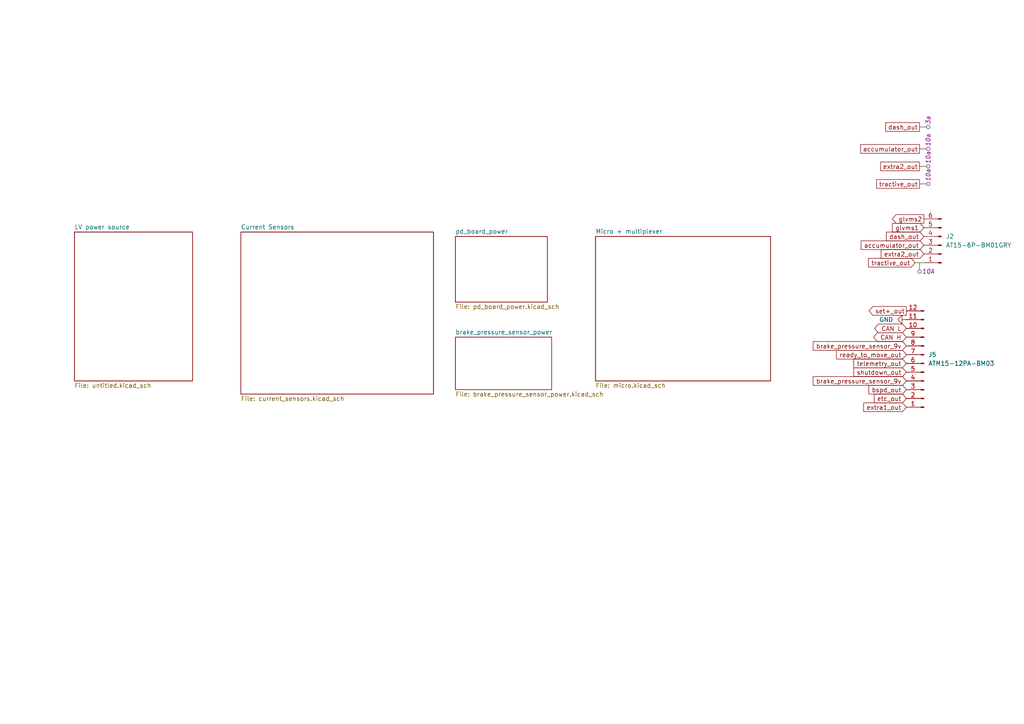
<source format=kicad_sch>
(kicad_sch (version 20231120) (generator "eeschema") (generator_version "8.0")
  (paper "A4")
  (title_block (title "PD BOARD") (date "2024-11-11") (rev "1.1") (company "Formula Slug"))
  (lib_symbols
    (symbol "Connector:Conn_01x06_Pin" (pin_names (offset 1.016) hide)
      (property "Reference" "J" (at 0 7.62 0))
      (property "Value" "Conn_01x06_Pin" (at 0 -10.16 0))
      (symbol "Conn_01x06_Pin_1_1"
        (polyline (pts (xy 1.27 -7.62) (xy 0.8636 -7.62)) (stroke (width 0.1524)))
        (polyline (pts (xy 1.27 -5.08) (xy 0.8636 -5.08)) (stroke (width 0.1524)))
        (polyline (pts (xy 1.27 -2.54) (xy 0.8636 -2.54)) (stroke (width 0.1524)))
        (polyline (pts (xy 1.27 0) (xy 0.8636 0)) (stroke (width 0.1524)))
        (polyline (pts (xy 1.27 2.54) (xy 0.8636 2.54)) (stroke (width 0.1524)))
        (polyline (pts (xy 1.27 5.08) (xy 0.8636 5.08)) (stroke (width 0.1524)))
        (rectangle (start 0.8636 -7.493) (end 0 -7.747) (stroke (width 0.1524)) (fill (type outline)))
        (rectangle (start 0.8636 -4.953) (end 0 -5.207) (stroke (width 0.1524)) (fill (type outline)))
        (rectangle (start 0.8636 -2.413) (end 0 -2.667) (stroke (width 0.1524)) (fill (type outline)))
        (rectangle (start 0.8636 0.127) (end 0 -0.127) (stroke (width 0.1524)) (fill (type outline)))
        (rectangle (start 0.8636 2.667) (end 0 2.413) (stroke (width 0.1524)) (fill (type outline)))
        (rectangle (start 0.8636 5.207) (end 0 4.953) (stroke (width 0.1524)) (fill (type outline)))
        (pin passive line (at 5.08 5.08 180) (length 3.81) (name "Pin_1") (number "1"))
        (pin passive line (at 5.08 2.54 180) (length 3.81) (name "Pin_2") (number "2"))
        (pin passive line (at 5.08 0 180) (length 3.81) (name "Pin_3") (number "3"))
        (pin passive line (at 5.08 -2.54 180) (length 3.81) (name "Pin_4") (number "4"))
        (pin passive line (at 5.08 -5.08 180) (length 3.81) (name "Pin_5") (number "5"))
        (pin passive line (at 5.08 -7.62 180) (length 3.81) (name "Pin_6") (number "6"))
      )
    )
    (symbol "Connector:Conn_01x12_Pin" (pin_names (offset 1.016) hide)
      (property "Reference" "J" (at 0 15.24 0))
      (property "Value" "Conn_01x12_Pin" (at 0 -17.78 0))
      (symbol "Conn_01x12_Pin_1_1"
        (polyline (pts (xy 1.27 -15.24) (xy 0.8636 -15.24)) (stroke (width 0.1524)))
        (polyline (pts (xy 1.27 -12.7) (xy 0.8636 -12.7)) (stroke (width 0.1524)))
        (polyline (pts (xy 1.27 -10.16) (xy 0.8636 -10.16)) (stroke (width 0.1524)))
        (polyline (pts (xy 1.27 -7.62) (xy 0.8636 -7.62)) (stroke (width 0.1524)))
        (polyline (pts (xy 1.27 -5.08) (xy 0.8636 -5.08)) (stroke (width 0.1524)))
        (polyline (pts (xy 1.27 -2.54) (xy 0.8636 -2.54)) (stroke (width 0.1524)))
        (polyline (pts (xy 1.27 0) (xy 0.8636 0)) (stroke (width 0.1524)))
        (polyline (pts (xy 1.27 2.54) (xy 0.8636 2.54)) (stroke (width 0.1524)))
        (polyline (pts (xy 1.27 5.08) (xy 0.8636 5.08)) (stroke (width 0.1524)))
        (polyline (pts (xy 1.27 7.62) (xy 0.8636 7.62)) (stroke (width 0.1524)))
        (polyline (pts (xy 1.27 10.16) (xy 0.8636 10.16)) (stroke (width 0.1524)))
        (polyline (pts (xy 1.27 12.7) (xy 0.8636 12.7)) (stroke (width 0.1524)))
        (rectangle (start 0.8636 -15.113) (end 0 -15.367) (stroke (width 0.1524)) (fill (type outline)))
        (rectangle (start 0.8636 -12.573) (end 0 -12.827) (stroke (width 0.1524)) (fill (type outline)))
        (rectangle (start 0.8636 -10.033) (end 0 -10.287) (stroke (width 0.1524)) (fill (type outline)))
        (rectangle (start 0.8636 -7.493) (end 0 -7.747) (stroke (width 0.1524)) (fill (type outline)))
        (rectangle (start 0.8636 -4.953) (end 0 -5.207) (stroke (width 0.1524)) (fill (type outline)))
        (rectangle (start 0.8636 -2.413) (end 0 -2.667) (stroke (width 0.1524)) (fill (type outline)))
        (rectangle (start 0.8636 0.127) (end 0 -0.127) (stroke (width 0.1524)) (fill (type outline)))
        (rectangle (start 0.8636 2.667) (end 0 2.413) (stroke (width 0.1524)) (fill (type outline)))
        (rectangle (start 0.8636 5.207) (end 0 4.953) (stroke (width 0.1524)) (fill (type outline)))
        (rectangle (start 0.8636 7.747) (end 0 7.493) (stroke (width 0.1524)) (fill (type outline)))
        (rectangle (start 0.8636 10.287) (end 0 10.033) (stroke (width 0.1524)) (fill (type outline)))
        (rectangle (start 0.8636 12.827) (end 0 12.573) (stroke (width 0.1524)) (fill (type outline)))
        (pin passive line (at 5.08 12.7 180) (length 3.81) (name "Pin_1") (number "1"))
        (pin passive line (at 5.08 -10.16 180) (length 3.81) (name "Pin_10") (number "10"))
        (pin passive line (at 5.08 -12.7 180) (length 3.81) (name "Pin_11") (number "11"))
        (pin passive line (at 5.08 -15.24 180) (length 3.81) (name "Pin_12") (number "12"))
        (pin passive line (at 5.08 10.16 180) (length 3.81) (name "Pin_2") (number "2"))
        (pin passive line (at 5.08 7.62 180) (length 3.81) (name "Pin_3") (number "3"))
        (pin passive line (at 5.08 5.08 180) (length 3.81) (name "Pin_4") (number "4"))
        (pin passive line (at 5.08 2.54 180) (length 3.81) (name "Pin_5") (number "5"))
        (pin passive line (at 5.08 0 180) (length 3.81) (name "Pin_6") (number "6"))
        (pin passive line (at 5.08 -2.54 180) (length 3.81) (name "Pin_7") (number "7"))
        (pin passive line (at 5.08 -5.08 180) (length 3.81) (name "Pin_8") (number "8"))
        (pin passive line (at 5.08 -7.62 180) (length 3.81) (name "Pin_9") (number "9"))
      )
    )
    (symbol "power:GND" (power) (pin_numbers hide) (pin_names (offset 0) hide)
      (property "Value" "GND" (at 0 -3.81 0))
      (symbol "GND_0_1"
        (polyline (pts (xy 0 0) (xy 0 -1.27) (xy 1.27 -1.27) (xy 0 -2.54) (xy -1.27 -1.27) (xy 0 -1.27)))
      )
      (symbol "GND_1_1"
        (pin power_in line (at 0 0 270) (length 0) (name "~") (number "1"))
      )
    )
  )
  (wire (pts (xy 265.43 76.2) (xy 267.97 76.2)))
  (global_label "CAN H" (shape bidirectional) (at 262.89 97.79 180) (property "Intersheetrefs" "${INTERSHEET_REFS}" (effects (hide yes))))
  (global_label "extra2_out" (shape input) (at 267.97 73.66 180) (property "Intersheetrefs" "${INTERSHEET_REFS}" (effects (hide yes))))
  (global_label "extra2_out" (shape passive) (at 266.7 48.26 180) (property "Intersheetrefs" "${INTERSHEET_REFS}" (effects (hide yes))))
  (global_label "accumulator_out" (shape input) (at 267.97 71.12 180) (property "Intersheetrefs" "${INTERSHEET_REFS}" (effects (hide yes))))
  (global_label "extra1_out" (shape input) (at 262.89 118.11 180) (property "Intersheetrefs" "${INTERSHEET_REFS}" (effects (hide yes))))
  (global_label "accumulator_out" (shape passive) (at 266.7 43.18 180) (property "Intersheetrefs" "${INTERSHEET_REFS}" (effects (hide yes))))
  (global_label "telemetry_out" (shape input) (at 262.89 105.41 180) (property "Intersheetrefs" "${INTERSHEET_REFS}" (effects (hide yes))))
  (global_label "etc_out" (shape input) (at 262.89 115.57 180) (property "Intersheetrefs" "${INTERSHEET_REFS}" (effects (hide yes))))
  (global_label "glvms1" (shape input) (at 267.97 66.04 180) (property "Intersheetrefs" "${INTERSHEET_REFS}" (effects (hide yes))))
  (global_label "tractive_out" (shape passive) (at 266.7 53.34 180) (property "Intersheetrefs" "${INTERSHEET_REFS}" (effects (hide yes))))
  (global_label "brake_pressure_sensor_9v" (shape input) (at 262.89 110.49 180) (property "Intersheetrefs" "${INTERSHEET_REFS}" (effects (hide yes))))
  (global_label "brake_pressure_sensor_9v" (shape input) (at 262.89 100.33 180) (property "Intersheetrefs" "${INTERSHEET_REFS}" (effects (hide yes))))
  (global_label "dash_out" (shape input) (at 267.97 68.58 180) (property "Intersheetrefs" "${INTERSHEET_REFS}" (effects (hide yes))))
  (global_label "bspd_out" (shape input) (at 262.89 113.03 180) (property "Intersheetrefs" "${INTERSHEET_REFS}" (effects (hide yes))))
  (global_label "ready_to_move_out" (shape input) (at 262.89 102.87 180) (property "Intersheetrefs" "${INTERSHEET_REFS}" (effects (hide yes))))
  (global_label "CAN L" (shape bidirectional) (at 262.89 95.25 180) (property "Intersheetrefs" "${INTERSHEET_REFS}" (effects (hide yes))))
  (global_label "glvms2" (shape output) (at 267.97 63.5 180) (property "Intersheetrefs" "${INTERSHEET_REFS}" (effects (hide yes))))
  (global_label "shutdown_out" (shape input) (at 262.89 107.95 180) (property "Intersheetrefs" "${INTERSHEET_REFS}" (effects (hide yes))))
  (global_label "dash_out" (shape passive) (at 266.7 36.83 180) (property "Intersheetrefs" "${INTERSHEET_REFS}" (effects (hide yes))))
  (global_label "tractive_out" (shape input) (at 265.43 76.2 180) (property "Intersheetrefs" "${INTERSHEET_REFS}" (effects (hide yes))))
  (global_label "set+_out" (shape output) (at 262.89 90.17 180) (property "Intersheetrefs" "${INTERSHEET_REFS}" (effects (hide yes))))
  (netclass_flag "" (length 2.54) (shape round) (at 266.7 36.83 270) (property "Netclass" "3a" (at 269.24 36.1315 90) (effects (font (italic yes)) (justify left))))
  (netclass_flag "" (length 2.54) (shape round) (at 266.7 48.26 270) (property "Netclass" "10a" (at 269.24 47.5615 90) (effects (font (italic yes)) (justify left))))
  (netclass_flag "" (length 2.54) (shape round) (at 266.7 76.2 180) (property "Netclass" "10A" (at 267.3985 78.74 0) (effects (font (italic yes)) (justify left))))
  (netclass_flag "" (length 2.54) (shape round) (at 266.7 53.34 270) (property "Netclass" "10a" (at 269.24 52.6415 90) (effects (font (italic yes)) (justify left))))
  (netclass_flag "" (length 2.54) (shape round) (at 266.7 43.18 270) (property "Netclass" "10a" (at 269.24 42.4815 90) (effects (font (italic yes)) (justify left))))
  (symbol (lib_id "Connector:Conn_01x12_Pin") (at 267.97 105.41 180) (unit 1)
    (property "Reference" "J5" (at 269.24 102.8699 0) (effects (justify right)))
    (property "Value" "ATM15-12PA-BM03" (at 269.24 105.4099 0) (effects (justify right)))
    (property "Footprint" "FS_3_Global_Footprint_Library:TE_DTM15-12PA" (effects (hide yes)))
    (property "Description" "Generic connector, single row, 01x12, script generated" (effects (hide yes)))
  )
  (symbol (lib_id "Connector:Conn_01x06_Pin") (at 273.05 71.12 180) (unit 1)
    (property "Reference" "J2" (at 274.32 68.5799 0) (effects (justify right)))
    (property "Value" "AT15-6P-BM01GRY" (at 274.32 71.1199 0) (effects (justify right)))
    (property "Footprint" "FS_3_Global_Footprint_Library:CONN6_DT15-6P_TEC" (effects (hide yes)))
    (property "Description" "Generic connector, single row, 01x06, script generated" (effects (hide yes)))
  )
  (symbol (lib_id "power:GND") (at 262.89 92.71 270) (unit 1)
    (property "Reference" "#PWR076" (effects (hide yes)))
    (property "Value" "GND" (at 259.08 92.7099 90) (effects (justify right)))
    (property "Description" "Power symbol creates a global label with name \"GND\" , ground" (effects (hide yes)))
  )
  (sheet (at 21.59 67.31) (size 34.29 43.18) (stroke (width 0.1524))
    (property "Sheetname" "LV power source" (at 21.59 66.5984 0) (effects (justify left bottom)))
    (property "Sheetfile" "untitled.kicad_sch" (at 21.59 111.0746 0) (effects (justify left top)))
  )
  (sheet (at 132.08 68.58) (size 26.67 19.05) (stroke (width 0.1524))
    (property "Sheetname" "pd_board_power" (at 132.08 67.8684 0) (effects (justify left bottom)))
    (property "Sheetfile" "pd_board_power.kicad_sch" (at 132.08 88.2146 0) (effects (justify left top)))
  )
  (sheet (at 132.08 97.79) (size 27.94 15.24) (stroke (width 0.1524))
    (property "Sheetname" "brake_pressure_sensor_power" (at 132.08 97.0784 0) (effects (justify left bottom)))
    (property "Sheetfile" "brake_pressure_sensor_power.kicad_sch" (at 132.08 113.6146 0) (effects (justify left top)))
  )
  (sheet (at 69.85 67.31) (size 55.88 46.99) (stroke (width 0.1524))
    (property "Sheetname" "Current Sensors" (at 69.85 66.5984 0) (effects (justify left bottom)))
    (property "Sheetfile" "current_sensors.kicad_sch" (at 69.85 114.8846 0) (effects (justify left top)))
  )
  (sheet (at 172.72 68.58) (size 50.8 41.91) (stroke (width 0.1524))
    (property "Sheetname" "Micro + multiplexer" (at 172.72 67.8684 0) (effects (justify left bottom)))
    (property "Sheetfile" "micro.kicad_sch" (at 172.72 111.0746 0) (effects (justify left top)))
  )
)
</source>
